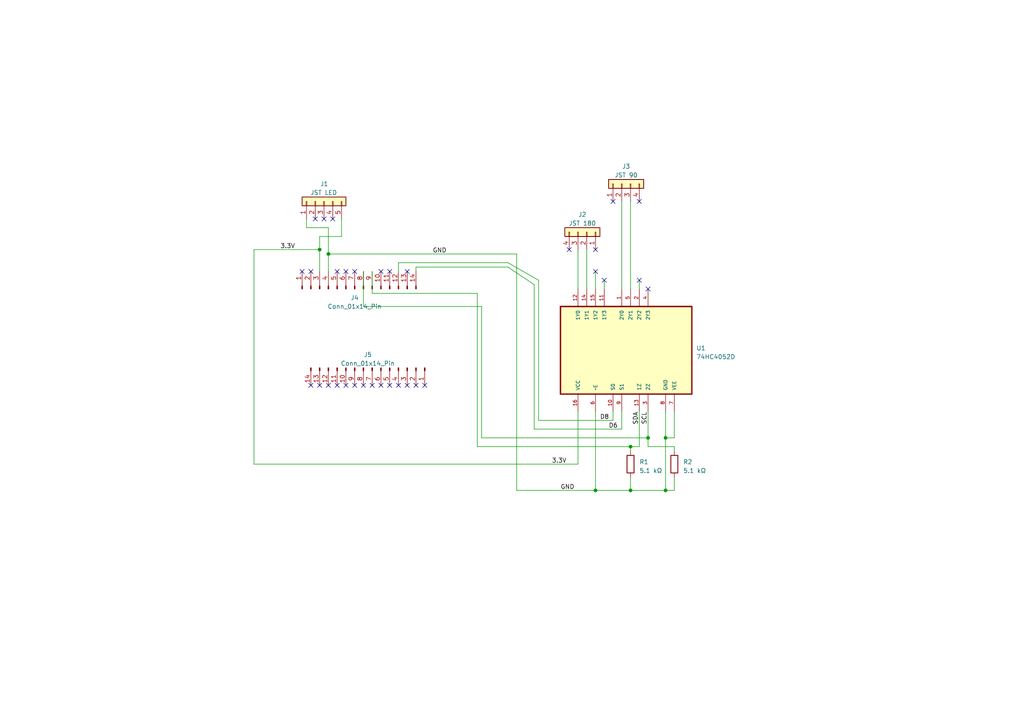
<source format=kicad_sch>
(kicad_sch (version 20230121) (generator eeschema)
  (paper "A4")
  (title_block (title "Turbidity Sensor PCB") (date "2023-06-30") (rev "9") (company "AU/AUD"))
  (lib_symbols
    (symbol "Conn_01x14_Pin_1" (pin_names (offset 1.016) hide)
      (property "Reference" "J2" (at -2.54 0 90))
      (property "Value" "Conn_01x14_Pin" (at -5.08 0 90))
      (symbol "Conn_01x14_Pin_1_1_1"
        (polyline (pts (xy 1.27 -17.78) (xy 0.8636 -17.78)) (stroke (width 0.1524)))
        (polyline (pts (xy 1.27 -15.24) (xy 0.8636 -15.24)) (stroke (width 0.1524)))
        (polyline (pts (xy 1.27 -12.7) (xy 0.8636 -12.7)) (stroke (width 0.1524)))
        (polyline (pts (xy 1.27 -10.16) (xy 0.8636 -10.16)) (stroke (width 0.1524)))
        (polyline (pts (xy 1.27 -7.62) (xy 0.8636 -7.62)) (stroke (width 0.1524)))
        (polyline (pts (xy 1.27 -5.08) (xy 0.8636 -5.08)) (stroke (width 0.1524)))
        (polyline (pts (xy 1.27 -2.54) (xy 0.8636 -2.54)) (stroke (width 0.1524)))
        (polyline (pts (xy 1.27 0) (xy 0.8636 0)) (stroke (width 0.1524)))
        (polyline (pts (xy 1.27 2.54) (xy 0.8636 2.54)) (stroke (width 0.1524)))
        (polyline (pts (xy 1.27 5.08) (xy 0.8636 5.08)) (stroke (width 0.1524)))
        (polyline (pts (xy 1.27 7.62) (xy 0.8636 7.62)) (stroke (width 0.1524)))
        (polyline (pts (xy 1.27 10.16) (xy 0.8636 10.16)) (stroke (width 0.1524)))
        (polyline (pts (xy 1.27 12.7) (xy 0.8636 12.7)) (stroke (width 0.1524)))
        (polyline (pts (xy 1.27 15.24) (xy 0.8636 15.24)) (stroke (width 0.1524)))
        (rectangle (start 0.8636 -17.653) (end 0 -17.907) (stroke (width 0.1524)) (fill (type outline)))
        (rectangle (start 0.8636 -15.113) (end 0 -15.367) (stroke (width 0.1524)) (fill (type outline)))
        (rectangle (start 0.8636 -12.573) (end 0 -12.827) (stroke (width 0.1524)) (fill (type outline)))
        (rectangle (start 0.8636 -10.033) (end 0 -10.287) (stroke (width 0.1524)) (fill (type outline)))
        (rectangle (start 0.8636 -7.493) (end 0 -7.747) (stroke (width 0.1524)) (fill (type outline)))
        (rectangle (start 0.8636 -4.953) (end 0 -5.207) (stroke (width 0.1524)) (fill (type outline)))
        (rectangle (start 0.8636 -2.413) (end 0 -2.667) (stroke (width 0.1524)) (fill (type outline)))
        (rectangle (start 0.8636 0.127) (end 0 -0.127) (stroke (width 0.1524)) (fill (type outline)))
        (rectangle (start 0.8636 2.667) (end 0 2.413) (stroke (width 0.1524)) (fill (type outline)))
        (rectangle (start 0.8636 5.207) (end 0 4.953) (stroke (width 0.1524)) (fill (type outline)))
        (rectangle (start 0.8636 7.747) (end 0 7.493) (stroke (width 0.1524)) (fill (type outline)))
        (rectangle (start 0.8636 10.287) (end 0 10.033) (stroke (width 0.1524)) (fill (type outline)))
        (rectangle (start 0.8636 12.827) (end 0 12.573) (stroke (width 0.1524)) (fill (type outline)))
        (rectangle (start 0.8636 15.367) (end 0 15.113) (stroke (width 0.1524)) (fill (type outline)))
        (pin passive line (at 5.08 15.24 180) (length 3.81) (name "Pin_1") (number "1"))
        (pin passive line (at 5.08 -7.62 180) (length 3.81) (name "Pin_10") (number "10"))
        (pin passive line (at 5.08 -10.16 180) (length 3.81) (name "Pin_11") (number "11"))
        (pin passive line (at 5.08 -12.7 180) (length 3.81) (name "Pin_12") (number "12"))
        (pin passive line (at 5.08 -15.24 180) (length 3.81) (name "Pin_13") (number "13"))
        (pin passive line (at 5.08 -17.78 180) (length 3.81) (name "Pin_14") (number "14"))
        (pin passive line (at 5.08 12.7 180) (length 3.81) (name "Pin_2") (number "2"))
        (pin power_out line (at 5.08 10.16 180) (length 3.81) (name "Pin_3") (number "3"))
        (pin passive line (at 5.08 7.62 180) (length 3.81) (name "Pin_4") (number "4"))
        (pin passive line (at 5.08 5.08 180) (length 3.81) (name "Pin_5") (number "5"))
        (pin passive line (at 5.08 2.54 180) (length 3.81) (name "Pin_6") (number "6"))
        (pin passive line (at 5.08 0 180) (length 3.81) (name "Pin_7") (number "7"))
        (pin passive line (at 5.08 -2.54 180) (length 3.81) (name "Pin_8") (number "8"))
        (pin passive line (at 5.08 -5.08 180) (length 3.81) (name "Pin_9") (number "9"))
      )
    )
    (symbol "Connector:Conn_01x14_Pin" (pin_names (offset 1.016) hide)
      (property "Reference" "J" (at 0 17.78 0))
      (property "Value" "Conn_01x14_Pin" (at 0 -20.32 0))
      (symbol "Conn_01x14_Pin_1_1"
        (polyline (pts (xy 1.27 -17.78) (xy 0.8636 -17.78)) (stroke (width 0.1524)))
        (polyline (pts (xy 1.27 -15.24) (xy 0.8636 -15.24)) (stroke (width 0.1524)))
        (polyline (pts (xy 1.27 -12.7) (xy 0.8636 -12.7)) (stroke (width 0.1524)))
        (polyline (pts (xy 1.27 -10.16) (xy 0.8636 -10.16)) (stroke (width 0.1524)))
        (polyline (pts (xy 1.27 -7.62) (xy 0.8636 -7.62)) (stroke (width 0.1524)))
        (polyline (pts (xy 1.27 -5.08) (xy 0.8636 -5.08)) (stroke (width 0.1524)))
        (polyline (pts (xy 1.27 -2.54) (xy 0.8636 -2.54)) (stroke (width 0.1524)))
        (polyline (pts (xy 1.27 0) (xy 0.8636 0)) (stroke (width 0.1524)))
        (polyline (pts (xy 1.27 2.54) (xy 0.8636 2.54)) (stroke (width 0.1524)))
        (polyline (pts (xy 1.27 5.08) (xy 0.8636 5.08)) (stroke (width 0.1524)))
        (polyline (pts (xy 1.27 7.62) (xy 0.8636 7.62)) (stroke (width 0.1524)))
        (polyline (pts (xy 1.27 10.16) (xy 0.8636 10.16)) (stroke (width 0.1524)))
        (polyline (pts (xy 1.27 12.7) (xy 0.8636 12.7)) (stroke (width 0.1524)))
        (polyline (pts (xy 1.27 15.24) (xy 0.8636 15.24)) (stroke (width 0.1524)))
        (rectangle (start 0.8636 -17.653) (end 0 -17.907) (stroke (width 0.1524)) (fill (type outline)))
        (rectangle (start 0.8636 -15.113) (end 0 -15.367) (stroke (width 0.1524)) (fill (type outline)))
        (rectangle (start 0.8636 -12.573) (end 0 -12.827) (stroke (width 0.1524)) (fill (type outline)))
        (rectangle (start 0.8636 -10.033) (end 0 -10.287) (stroke (width 0.1524)) (fill (type outline)))
        (rectangle (start 0.8636 -7.493) (end 0 -7.747) (stroke (width 0.1524)) (fill (type outline)))
        (rectangle (start 0.8636 -4.953) (end 0 -5.207) (stroke (width 0.1524)) (fill (type outline)))
        (rectangle (start 0.8636 -2.413) (end 0 -2.667) (stroke (width 0.1524)) (fill (type outline)))
        (rectangle (start 0.8636 0.127) (end 0 -0.127) (stroke (width 0.1524)) (fill (type outline)))
        (rectangle (start 0.8636 2.667) (end 0 2.413) (stroke (width 0.1524)) (fill (type outline)))
        (rectangle (start 0.8636 5.207) (end 0 4.953) (stroke (width 0.1524)) (fill (type outline)))
        (rectangle (start 0.8636 7.747) (end 0 7.493) (stroke (width 0.1524)) (fill (type outline)))
        (rectangle (start 0.8636 10.287) (end 0 10.033) (stroke (width 0.1524)) (fill (type outline)))
        (rectangle (start 0.8636 12.827) (end 0 12.573) (stroke (width 0.1524)) (fill (type outline)))
        (rectangle (start 0.8636 15.367) (end 0 15.113) (stroke (width 0.1524)) (fill (type outline)))
        (pin passive line (at 5.08 15.24 180) (length 3.81) (name "Pin_1") (number "1"))
        (pin passive line (at 5.08 -7.62 180) (length 3.81) (name "Pin_10") (number "10"))
        (pin passive line (at 5.08 -10.16 180) (length 3.81) (name "Pin_11") (number "11"))
        (pin passive line (at 5.08 -12.7 180) (length 3.81) (name "Pin_12") (number "12"))
        (pin passive line (at 5.08 -15.24 180) (length 3.81) (name "Pin_13") (number "13"))
        (pin passive line (at 5.08 -17.78 180) (length 3.81) (name "Pin_14") (number "14"))
        (pin passive line (at 5.08 12.7 180) (length 3.81) (name "Pin_2") (number "2"))
        (pin passive line (at 5.08 10.16 180) (length 3.81) (name "Pin_3") (number "3"))
        (pin passive line (at 5.08 7.62 180) (length 3.81) (name "Pin_4") (number "4"))
        (pin passive line (at 5.08 5.08 180) (length 3.81) (name "Pin_5") (number "5"))
        (pin passive line (at 5.08 2.54 180) (length 3.81) (name "Pin_6") (number "6"))
        (pin passive line (at 5.08 0 180) (length 3.81) (name "Pin_7") (number "7"))
        (pin passive line (at 5.08 -2.54 180) (length 3.81) (name "Pin_8") (number "8"))
        (pin passive line (at 5.08 -5.08 180) (length 3.81) (name "Pin_9") (number "9"))
      )
    )
    (symbol "Connector_Generic:Conn_01x04" (pin_names (offset 1.016) hide)
      (property "Reference" "J" (at 0 5.08 0))
      (property "Value" "Conn_01x04" (at 0 -7.62 0))
      (symbol "Conn_01x04_1_1"
        (rectangle (start -1.27 -4.953) (end 0 -5.207) (stroke (width 0.1524)))
        (rectangle (start -1.27 -2.413) (end 0 -2.667) (stroke (width 0.1524)))
        (rectangle (start -1.27 0.127) (end 0 -0.127) (stroke (width 0.1524)))
        (rectangle (start -1.27 2.667) (end 0 2.413) (stroke (width 0.1524)))
        (rectangle (start -1.27 3.81) (end 1.27 -6.35) (stroke (width 0.254)) (fill (type background)))
        (pin passive line (at -5.08 2.54 0) (length 3.81) (name "Pin_1") (number "1"))
        (pin passive line (at -5.08 0 0) (length 3.81) (name "Pin_2") (number "2"))
        (pin passive line (at -5.08 -2.54 0) (length 3.81) (name "Pin_3") (number "3"))
        (pin passive line (at -5.08 -5.08 0) (length 3.81) (name "Pin_4") (number "4"))
      )
    )
    (symbol "Connector_Generic:Conn_01x05" (pin_names (offset 1.016) hide)
      (property "Reference" "J" (at 0 7.62 0))
      (property "Value" "Conn_01x05" (at 0 -7.62 0))
      (symbol "Conn_01x05_1_1"
        (rectangle (start -1.27 -4.953) (end 0 -5.207) (stroke (width 0.1524)))
        (rectangle (start -1.27 -2.413) (end 0 -2.667) (stroke (width 0.1524)))
        (rectangle (start -1.27 0.127) (end 0 -0.127) (stroke (width 0.1524)))
        (rectangle (start -1.27 2.667) (end 0 2.413) (stroke (width 0.1524)))
        (rectangle (start -1.27 5.207) (end 0 4.953) (stroke (width 0.1524)))
        (rectangle (start -1.27 6.35) (end 1.27 -6.35) (stroke (width 0.254)) (fill (type background)))
        (pin passive line (at -5.08 5.08 0) (length 3.81) (name "Pin_1") (number "1"))
        (pin passive line (at -5.08 2.54 0) (length 3.81) (name "Pin_2") (number "2"))
        (pin passive line (at -5.08 0 0) (length 3.81) (name "Pin_3") (number "3"))
        (pin passive line (at -5.08 -2.54 0) (length 3.81) (name "Pin_4") (number "4"))
        (pin passive line (at -5.08 -5.08 0) (length 3.81) (name "Pin_5") (number "5"))
      )
    )
    (symbol "Device:R" (pin_numbers hide) (pin_names (offset 0))
      (property "Reference" "R" (at 2.032 0 90))
      (property "Value" "R" (at 0 0 90))
      (symbol "R_0_1"
        (rectangle (start -1.016 -2.54) (end 1.016 2.54) (stroke (width 0.254)))
      )
      (symbol "R_1_1"
        (pin passive line (at 0 3.81 270) (length 1.27) (name "~") (number "1"))
        (pin passive line (at 0 -3.81 90) (length 1.27) (name "~") (number "2"))
      )
    )
    (symbol "ProjectSymbols:74HC4052D" (pin_names (offset 1.016))
      (property "Reference" "U" (at -4.8031 18.0944 0))
      (property "Value" "74HC4052D" (at -4.1929 -27.4701 0))
      (symbol "74HC4052D_0_0"
        (rectangle (start -12.7 -22.86) (end 12.7 15.24) (stroke (width 0.4064)) (fill (type background)))
        (pin bidirectional line (at 17.78 -2.54 180) (length 5.08) (name "2Y0") (number "1"))
        (pin input line (at -17.78 0 0) (length 5.08) (name "S0") (number "10"))
        (pin bidirectional line (at 17.78 2.54 180) (length 5.08) (name "1Y3") (number "11"))
        (pin bidirectional line (at 17.78 10.16 180) (length 5.08) (name "1Y0") (number "12"))
        (pin bidirectional line (at -17.78 -7.62 0) (length 5.08) (name "1Z") (number "13"))
        (pin bidirectional line (at 17.78 7.62 180) (length 5.08) (name "1Y1") (number "14"))
        (pin bidirectional line (at 17.78 5.08 180) (length 5.08) (name "1Y2") (number "15"))
        (pin power_in line (at -17.78 10.16 0) (length 5.08) (name "VCC") (number "16"))
        (pin bidirectional line (at 17.78 -7.62 180) (length 5.08) (name "2Y2") (number "2"))
        (pin bidirectional line (at -17.78 -10.16 0) (length 5.08) (name "2Z") (number "3"))
        (pin bidirectional line (at 17.78 -10.16 180) (length 5.08) (name "2Y3") (number "4"))
        (pin bidirectional line (at 17.78 -5.08 180) (length 5.08) (name "2Y1") (number "5"))
        (pin input line (at -17.78 5.08 0) (length 5.08) (name "~E") (number "6"))
        (pin passive line (at -17.78 -15.24 0) (length 5.08) (name "GND") (number "8"))
        (pin input line (at -17.78 -2.54 0) (length 5.08) (name "S1") (number "9"))
      )
      (symbol "74HC4052D_1_0"
        (pin input line (at -17.78 -17.78 0) (length 5.08) (name "VEE") (number "7"))
      )
    )
  )
  (junction (at 193.04 142.24))
  (junction (at 182.88 142.24))
  (junction (at 182.88 129.54))
  (junction (at 172.72 142.24))
  (junction (at 95.25 73.66))
  (junction (at 187.96 127))
  (junction (at 193.04 127))
  (junction (at 92.71 72.39))
  (no_connect (at 118.11 111.76))
  (no_connect (at 90.17 78.74))
  (no_connect (at 92.71 111.76))
  (no_connect (at 105.41 111.76))
  (no_connect (at 113.03 78.74))
  (no_connect (at 97.79 78.74))
  (no_connect (at 113.03 111.76))
  (no_connect (at 185.42 58.42))
  (no_connect (at 110.49 111.76))
  (no_connect (at 172.72 78.74))
  (no_connect (at 90.17 111.76))
  (no_connect (at 177.8 58.42))
  (no_connect (at 175.26 81.28))
  (no_connect (at 102.87 78.74))
  (no_connect (at 95.25 111.76))
  (no_connect (at 97.79 111.76))
  (no_connect (at 118.11 78.74))
  (no_connect (at 100.33 111.76))
  (no_connect (at 120.65 111.76))
  (no_connect (at 87.63 78.74))
  (no_connect (at 100.33 78.74))
  (no_connect (at 96.52 63.5))
  (no_connect (at 93.98 63.5))
  (no_connect (at 187.96 83.82))
  (no_connect (at 165.1 72.39))
  (no_connect (at 115.57 111.76))
  (no_connect (at 185.42 81.28))
  (no_connect (at 91.44 63.5))
  (no_connect (at 110.49 78.74))
  (no_connect (at 107.95 111.76))
  (no_connect (at 172.72 72.39))
  (no_connect (at 123.19 111.76))
  (no_connect (at 102.87 111.76))
  (wire (pts (xy 182.88 58.42) (xy 182.88 83.82)))
  (wire (pts (xy 182.88 142.24) (xy 193.04 142.24)))
  (wire (pts (xy 177.8 119.38) (xy 177.8 121.92)))
  (wire (pts (xy 73.66 134.62) (xy 167.64 134.62)))
  (wire (pts (xy 195.58 127) (xy 193.04 127)))
  (wire (pts (xy 172.72 142.24) (xy 182.88 142.24)))
  (wire (pts (xy 180.34 124.46) (xy 154.94 124.46)))
  (wire (pts (xy 187.96 119.38) (xy 187.96 127)))
  (wire (pts (xy 172.72 119.38) (xy 172.72 142.24)))
  (wire (pts (xy 172.72 78.74) (xy 172.72 83.82)))
  (wire (pts (xy 95.25 66.04) (xy 88.9 66.04)))
  (wire (pts (xy 185.42 81.28) (xy 185.42 83.82)))
  (wire (pts (xy 177.8 121.92) (xy 156.21 121.92)))
  (wire (pts (xy 92.71 78.74) (xy 92.71 72.39)))
  (wire (pts (xy 193.04 142.24) (xy 195.58 142.24)))
  (wire (pts (xy 193.04 127) (xy 193.04 142.24)))
  (wire (pts (xy 170.18 83.82) (xy 170.18 72.39)))
  (wire (pts (xy 195.58 129.54) (xy 195.58 130.81)))
  (wire (pts (xy 73.66 72.39) (xy 92.71 72.39)))
  (wire (pts (xy 187.96 127) (xy 187.96 129.54)))
  (wire (pts (xy 182.88 129.54) (xy 182.88 130.81)))
  (wire (pts (xy 115.57 76.2) (xy 115.57 78.74)))
  (wire (pts (xy 154.94 124.46) (xy 154.94 82.55)))
  (wire (pts (xy 139.7 127) (xy 187.96 127)))
  (wire (pts (xy 154.94 82.55) (xy 147.32 77.47)))
  (wire (pts (xy 149.86 142.24) (xy 172.72 142.24)))
  (wire (pts (xy 105.41 88.9) (xy 139.7 88.9)))
  (wire (pts (xy 156.21 121.92) (xy 156.21 81.28)))
  (wire (pts (xy 195.58 138.43) (xy 195.58 142.24)))
  (wire (pts (xy 138.43 129.54) (xy 182.88 129.54)))
  (wire (pts (xy 180.34 119.38) (xy 180.34 124.46)))
  (wire (pts (xy 180.34 58.42) (xy 180.34 83.82)))
  (wire (pts (xy 88.9 63.5) (xy 88.9 66.04)))
  (wire (pts (xy 95.25 78.74) (xy 95.25 73.66)))
  (wire (pts (xy 182.88 138.43) (xy 182.88 142.24)))
  (wire (pts (xy 139.7 127) (xy 139.7 88.9)))
  (wire (pts (xy 167.64 83.82) (xy 167.64 72.39)))
  (wire (pts (xy 92.71 72.39) (xy 92.71 68.58)))
  (wire (pts (xy 73.66 72.39) (xy 73.66 134.62)))
  (wire (pts (xy 107.95 85.09) (xy 107.95 78.74)))
  (wire (pts (xy 156.21 81.28) (xy 147.32 76.2)))
  (wire (pts (xy 185.42 129.54) (xy 182.88 129.54)))
  (wire (pts (xy 138.43 129.54) (xy 138.43 85.09)))
  (wire (pts (xy 167.64 134.62) (xy 167.64 119.38)))
  (wire (pts (xy 92.71 68.58) (xy 99.06 68.58)))
  (wire (pts (xy 149.86 73.66) (xy 149.86 142.24)))
  (wire (pts (xy 195.58 119.38) (xy 195.58 127)))
  (wire (pts (xy 193.04 119.38) (xy 193.04 127)))
  (wire (pts (xy 95.25 73.66) (xy 149.86 73.66)))
  (wire (pts (xy 95.25 73.66) (xy 95.25 66.04)))
  (wire (pts (xy 185.42 119.38) (xy 185.42 129.54)))
  (wire (pts (xy 105.41 78.74) (xy 105.41 88.9)))
  (wire (pts (xy 99.06 68.58) (xy 99.06 63.5)))
  (wire (pts (xy 187.96 129.54) (xy 195.58 129.54)))
  (wire (pts (xy 115.57 76.2) (xy 147.32 76.2)))
  (wire (pts (xy 138.43 85.09) (xy 107.95 85.09)))
  (wire (pts (xy 175.26 81.28) (xy 175.26 83.82)))
  (wire (pts (xy 120.65 77.47) (xy 120.65 78.74)))
  (wire (pts (xy 147.32 77.47) (xy 120.65 77.47)))
  (label "SCL" (at 187.96 119.38 270))
  (label "3.3V" (at 160.02 134.62 0))
  (label "D8" (at 173.99 121.92 0))
  (label "GND" (at 162.56 142.24 0))
  (label "3.3V" (at 81.28 72.39 0))
  (label "D6" (at 176.53 124.46 0))
  (label "GND" (at 129.54 73.66 180))
  (label "SDA" (at 185.42 119.38 270))
  (symbol (lib_id "Device:R") (at 182.88 134.62 0) (unit 1)
    (property "Reference" "R1" (at 185.42 133.985 0) (effects (justify left)))
    (property "Value" "5.1 kΩ" (at 185.42 136.525 0) (effects (justify left)))
    (property "Footprint" "Resistor_SMD:R_0805_2012Metric_Pad1.20x1.40mm_HandSolder" (effects hide))
  )
  (symbol (lib_id "Connector_Generic:Conn_01x05") (at 93.98 58.42 90) (unit 1)
    (property "Reference" "J1" (at 95.25 53.34 90) (effects (justify left)))
    (property "Value" "JST LED" (at 97.79 55.88 90) (effects (justify left)))
    (property "Footprint" "Connector_JST:JST_EH_S5B-EH_1x05_P2.50mm_Horizontal" (effects hide))
  )
  (symbol (lib_name "Conn_01x14_Pin_1") (lib_id "Connector:Conn_01x14_Pin") (at 102.87 83.82 90) (unit 1)
    (property "Reference" "J4" (at 102.87 86.36 90))
    (property "Value" "Conn_01x14_Pin" (at 102.87 88.9 90))
    (property "Footprint" "Connector_PinSocket_2.54mm:PinSocket_1x14_P2.54mm_Vertical" (effects hide))
  )
  (symbol (lib_id "Device:R") (at 195.58 134.62 0) (unit 1)
    (property "Reference" "R2" (at 198.12 133.985 0) (effects (justify left)))
    (property "Value" "5.1 kΩ" (at 198.12 136.525 0) (effects (justify left)))
    (property "Footprint" "Resistor_SMD:R_0805_2012Metric_Pad1.20x1.40mm_HandSolder" (effects hide))
  )
  (symbol (lib_id "ProjectSymbols:74HC4052D") (at 177.8 101.6 90) (unit 1)
    (property "Reference" "U1" (at 201.93 100.965 90) (effects (justify right)))
    (property "Value" "74HC4052D" (at 201.93 103.505 90) (effects (justify right)))
    (property "Footprint" "Project:74HC4052D" (effects hide))
    (property "MPN" "74HC4052D" (effects hide))
    (property "SUPPLIER" "NXP" (effects hide))
    (property "OC_NEWARK" "-" (effects hide))
    (property "OC_FARNELL" "1201328" (effects hide))
    (property "PACKAGE" "SOIC-16" (effects hide))
  )
  (symbol (lib_id "Connector_Generic:Conn_01x04") (at 170.18 67.31 270) (mirror x) (unit 1)
    (property "Reference" "J2" (at 168.91 62.23 90))
    (property "Value" "JST 180" (at 168.91 64.77 90))
    (property "Footprint" "Connector_JST:JST_EH_S4B-EH_1x04_P2.50mm_Horizontal" (effects hide))
  )
  (symbol (lib_id "Connector:Conn_01x14_Pin") (at 107.95 106.68 270) (unit 1)
    (property "Reference" "J5" (at 106.68 102.87 90))
    (property "Value" "Conn_01x14_Pin" (at 106.68 105.41 90))
    (property "Footprint" "Connector_PinSocket_2.54mm:PinSocket_1x14_P2.54mm_Vertical" (effects hide))
  )
  (symbol (lib_id "Connector_Generic:Conn_01x04") (at 180.34 53.34 90) (unit 1)
    (property "Reference" "J3" (at 181.61 48.26 90))
    (property "Value" "JST 90" (at 181.61 50.8 90))
    (property "Footprint" "Connector_JST:JST_EH_S4B-EH_1x04_P2.50mm_Horizontal" (effects hide))
  )
)
</source>
